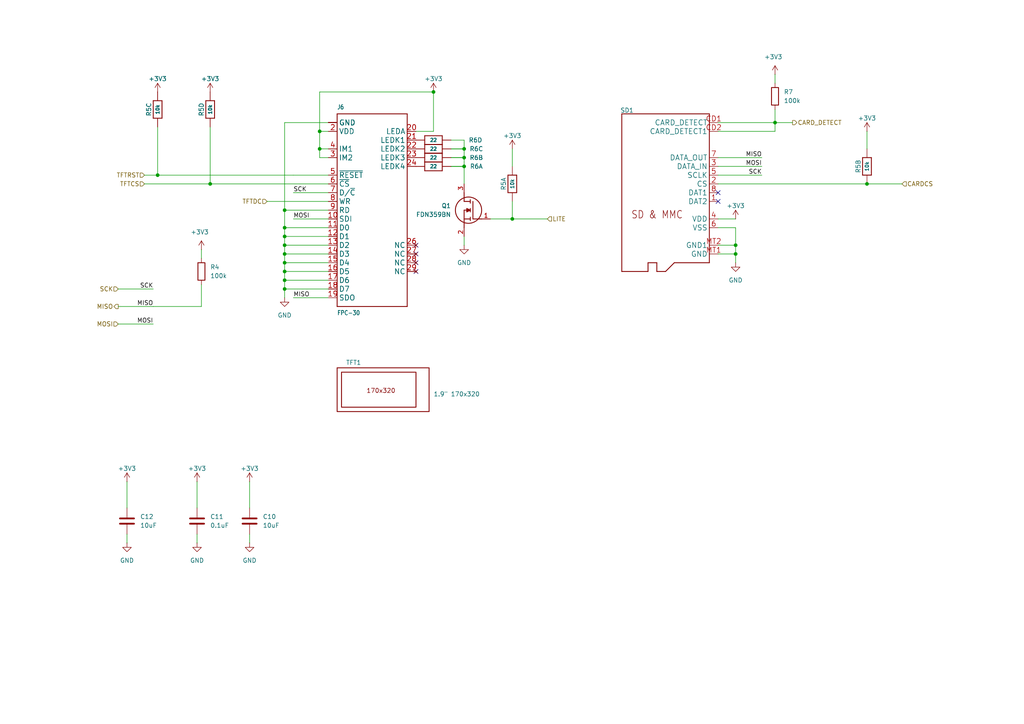
<source format=kicad_sch>
(kicad_sch (version 20250114) (generator "eeschema") (generator_version "9.0")
  (paper "A4")
  (lib_symbols
    (symbol "Library:C" (pin_numbers (hide yes)) (pin_names (offset 0.254))
      (property "Reference" "C" (at 0.635 2.54 0))
      (property "Value" "C" (at 0.635 -2.54 0))
      (symbol "C_0_1"
        (polyline (pts (xy -2.032 0.762) (xy 2.032 0.762)) (stroke (width 0.508)))
        (polyline (pts (xy -2.032 -0.762) (xy 2.032 -0.762)) (stroke (width 0.508)))
      )
      (symbol "C_1_1"
        (pin passive line (at 0 3.81 270) (length 2.794) (name "~") (number "1"))
        (pin passive line (at 0 -3.81 90) (length 2.794) (name "~") (number "2"))
      )
    )
    (symbol "Library:DISP_LCD_ST7789_1.9IN"
      (property "Reference" "TFT" (at -7.62 31.75 0))
      (symbol "DISP_LCD_ST7789_1.9IN_1_0"
        (polyline (pts (xy -7.62 30.48) (xy 12.7 30.48)) (stroke (width 0.254)))
        (polyline (pts (xy -7.62 -25.4) (xy -7.62 30.48)) (stroke (width 0.254)))
        (polyline (pts (xy 12.7 30.48) (xy 12.7 -25.4)) (stroke (width 0.254)))
        (polyline (pts (xy 12.7 -25.4) (xy -7.62 -25.4)) (stroke (width 0.254)))
        (pin power_in line (at -10.16 27.94 0) (length 2.54) (name "GND") (number "1"))
        (pin power_in line (at -10.16 27.94 0) (length 2.54) (name "GND") (number "25"))
        (pin power_in line (at -10.16 27.94 0) (length 2.54) (name "GND") (number "30"))
        (pin power_in line (at -10.16 27.94 0) (length 2.54) (name "GND") (number "MNT1"))
        (pin power_in line (at -10.16 27.94 0) (length 2.54) (name "GND") (number "MNT2"))
        (pin power_in line (at -10.16 25.4 0) (length 2.54) (name "VDD") (number "2"))
        (pin input line (at -10.16 20.32 0) (length 2.54) (name "IM1") (number "4"))
        (pin input line (at -10.16 17.78 0) (length 2.54) (name "IM2") (number "3"))
        (pin input line (at -10.16 12.7 0) (length 2.54) (name "~{RESET}") (number "5"))
        (pin input line (at -10.16 10.16 0) (length 2.54) (name "~{CS}") (number "6"))
        (pin input line (at -10.16 7.62 0) (length 2.54) (name "D/~{C}") (number "7"))
        (pin input line (at -10.16 5.08 0) (length 2.54) (name "WR") (number "8"))
        (pin input line (at -10.16 2.54 0) (length 2.54) (name "RD") (number "9"))
        (pin input line (at -10.16 0 0) (length 2.54) (name "SDI") (number "10"))
        (pin input line (at -10.16 -2.54 0) (length 2.54) (name "D0") (number "11"))
        (pin input line (at -10.16 -5.08 0) (length 2.54) (name "D1") (number "12"))
        (pin input line (at -10.16 -7.62 0) (length 2.54) (name "D2") (number "13"))
        (pin input line (at -10.16 -10.16 0) (length 2.54) (name "D3") (number "14"))
        (pin input line (at -10.16 -12.7 0) (length 2.54) (name "D4") (number "15"))
        (pin input line (at -10.16 -15.24 0) (length 2.54) (name "D5") (number "16"))
        (pin input line (at -10.16 -17.78 0) (length 2.54) (name "D6") (number "17"))
        (pin input line (at -10.16 -20.32 0) (length 2.54) (name "D7") (number "18"))
        (pin tri_state line (at -10.16 -22.86 0) (length 2.54) (name "SDO") (number "19"))
        (pin input line (at 15.24 25.4 180) (length 2.54) (name "LEDA") (number "20"))
        (pin input line (at 15.24 22.86 180) (length 2.54) (name "LEDK1") (number "21"))
        (pin input line (at 15.24 20.32 180) (length 2.54) (name "LEDK2") (number "22"))
        (pin input line (at 15.24 17.78 180) (length 2.54) (name "LEDK3") (number "23"))
        (pin input line (at 15.24 15.24 180) (length 2.54) (name "LEDK4") (number "24"))
        (pin no_connect line (at 15.24 -7.62 180) (length 2.54) (name "NC") (number "26"))
        (pin no_connect line (at 15.24 -10.16 180) (length 2.54) (name "NC") (number "27"))
        (pin no_connect line (at 15.24 -12.7 180) (length 2.54) (name "NC") (number "28"))
        (pin no_connect line (at 15.24 -15.24 180) (length 2.54) (name "NC") (number "29"))
      )
    )
    (symbol "Library:FDN359BN" (pin_names (hide yes))
      (property "Reference" "Q" (at 11.43 3.81 0))
      (property "Value" "FDN359BN" (at 11.43 1.27 0))
      (symbol "FDN359BN_1_1"
        (polyline (pts (xy 2.54 0) (xy 5.08 0)) (stroke (width 0.254)))
        (polyline (pts (xy 5.08 5.08) (xy 5.08 0)) (stroke (width 0.254)))
        (polyline (pts (xy 5.842 5.588) (xy 5.842 4.572)) (stroke (width 0.254)))
        (polyline (pts (xy 5.842 2.54) (xy 6.858 3.048) (xy 6.858 2.032) (xy 5.842 2.54)) (stroke (width 0.254)) (fill (type outline)))
        (polyline (pts (xy 5.842 2.032) (xy 5.842 3.048)) (stroke (width 0.254)))
        (polyline (pts (xy 5.842 0) (xy 7.62 0)) (stroke (width 0.254)))
        (polyline (pts (xy 5.842 -0.508) (xy 5.842 0.508)) (stroke (width 0.254)))
        (circle (center 6.35 2.54) (radius 3.81) (stroke (width 0.254)))
        (polyline (pts (xy 7.62 5.08) (xy 5.842 5.08)) (stroke (width 0.254)))
        (polyline (pts (xy 7.62 5.08) (xy 7.62 7.62)) (stroke (width 0.254)))
        (polyline (pts (xy 7.62 2.54) (xy 5.842 2.54)) (stroke (width 0.254)))
        (polyline (pts (xy 7.62 2.54) (xy 7.62 -2.54)) (stroke (width 0.254)))
        (pin passive line (at 0 0 0) (length 2.54) (name "G") (number "1"))
        (pin passive line (at 7.62 10.16 270) (length 2.54) (name "D") (number "3"))
        (pin passive line (at 7.62 -5.08 90) (length 2.54) (name "S") (number "2"))
      )
    )
    (symbol "Library:MICROSD"
      (symbol "MICROSD_1_0"
        (polyline (pts (xy -15.24 20.32) (xy -15.24 -22.86)) (stroke (width 0.254)))
        (polyline (pts (xy -15.24 -22.86) (xy -5.08 -22.86)) (stroke (width 0.254)))
        (polyline (pts (xy -5.08 -22.86) (xy -2.54 -25.4)) (stroke (width 0.254)))
        (polyline (pts (xy -2.54 -25.4) (xy 0 -25.4)) (stroke (width 0.254)))
        (polyline (pts (xy 0 -22.86) (xy 2.54 -22.86)) (stroke (width 0.254)))
        (polyline (pts (xy 0 -25.4) (xy 0 -22.86)) (stroke (width 0.254)))
        (polyline (pts (xy 2.54 -22.86) (xy 2.54 -25.4)) (stroke (width 0.254)))
        (polyline (pts (xy 2.54 -25.4) (xy 10.16 -25.4)) (stroke (width 0.254)))
        (polyline (pts (xy 10.16 20.32) (xy -15.24 20.32)) (stroke (width 0.254)))
        (polyline (pts (xy 10.16 -25.4) (xy 10.16 20.32)) (stroke (width 0.254)))
        (text "SD & MMC" (at -7.62 -10.16 0) (effects (font (size 2.1844 1.8567)) (justify left bottom)))
        (pin passive line (at -17.78 17.78 0) (length 2.54) (name "CARD_DETECT") (number "CD1"))
        (pin passive line (at -17.78 15.24 0) (length 2.54) (name "CARD_DETECT1") (number "CD2"))
        (pin tri_state line (at -17.78 7.62 0) (length 2.54) (name "DATA_OUT") (number "7"))
        (pin input line (at -17.78 5.08 0) (length 2.54) (name "DATA_IN") (number "3"))
        (pin input line (at -17.78 2.54 0) (length 2.54) (name "SCLK") (number "5"))
        (pin input line (at -17.78 0 0) (length 2.54) (name "CS") (number "2"))
        (pin bidirectional line (at -17.78 -2.54 0) (length 2.54) (name "DAT1") (number "8"))
        (pin bidirectional line (at -17.78 -5.08 0) (length 2.54) (name "DAT2") (number "1"))
        (pin power_in line (at -17.78 -10.16 0) (length 2.54) (name "VDD") (number "4"))
        (pin power_in line (at -17.78 -12.7 0) (length 2.54) (name "VSS") (number "6"))
        (pin power_in line (at -17.78 -17.78 0) (length 2.54) (name "GND1") (number "MT2"))
        (pin power_in line (at -17.78 -20.32 0) (length 2.54) (name "GND") (number "MT1"))
      )
    )
    (symbol "Library:R" (pin_numbers (hide yes)) (pin_names (offset 0))
      (property "Reference" "R" (at 2.032 0 90))
      (property "Value" "R" (at 0 0 90))
      (symbol "R_0_1"
        (rectangle (start -1.016 -2.54) (end 1.016 2.54) (stroke (width 0.254)))
      )
      (symbol "R_1_1"
        (pin passive line (at 0 3.81 270) (length 1.27) (name "~") (number "1"))
        (pin passive line (at 0 -3.81 90) (length 1.27) (name "~") (number "2"))
      )
    )
    (symbol "Library:RESISTOR_4PACK"
      (property "Reference" "R" (at 0 2.54 0))
      (symbol "RESISTOR_4PACK_1_0"
        (polyline (pts (xy -2.54 1.27) (xy 2.54 1.27)) (stroke (width 0.254)))
        (polyline (pts (xy -2.54 -1.27) (xy -2.54 1.27)) (stroke (width 0.254)))
        (polyline (pts (xy 2.54 1.27) (xy 2.54 -1.27)) (stroke (width 0.254)))
        (polyline (pts (xy 2.54 -1.27) (xy -2.54 -1.27)) (stroke (width 0.254)))
        (pin passive line (at -5.08 0 0) (length 2.54) (name "1") (number "1"))
        (pin passive line (at 5.08 0 180) (length 2.54) (name "2") (number "8"))
      )
      (symbol "RESISTOR_4PACK_2_0"
        (polyline (pts (xy -2.54 1.27) (xy 2.54 1.27)) (stroke (width 0.254)))
        (polyline (pts (xy -2.54 -1.27) (xy -2.54 1.27)) (stroke (width 0.254)))
        (polyline (pts (xy 2.54 1.27) (xy 2.54 -1.27)) (stroke (width 0.254)))
        (polyline (pts (xy 2.54 -1.27) (xy -2.54 -1.27)) (stroke (width 0.254)))
        (pin passive line (at -5.08 0 0) (length 2.54) (name "1") (number "2"))
        (pin passive line (at 5.08 0 180) (length 2.54) (name "2") (number "7"))
      )
      (symbol "RESISTOR_4PACK_3_0"
        (polyline (pts (xy -2.54 1.27) (xy 2.54 1.27)) (stroke (width 0.254)))
        (polyline (pts (xy -2.54 -1.27) (xy -2.54 1.27)) (stroke (width 0.254)))
        (polyline (pts (xy 2.54 1.27) (xy 2.54 -1.27)) (stroke (width 0.254)))
        (polyline (pts (xy 2.54 -1.27) (xy -2.54 -1.27)) (stroke (width 0.254)))
        (pin passive line (at -5.08 0 0) (length 2.54) (name "1") (number "3"))
        (pin passive line (at 5.08 0 180) (length 2.54) (name "2") (number "6"))
      )
      (symbol "RESISTOR_4PACK_4_0"
        (polyline (pts (xy -2.54 1.27) (xy 2.54 1.27)) (stroke (width 0.254)))
        (polyline (pts (xy -2.54 -1.27) (xy -2.54 1.27)) (stroke (width 0.254)))
        (polyline (pts (xy 2.54 1.27) (xy 2.54 -1.27)) (stroke (width 0.254)))
        (polyline (pts (xy 2.54 -1.27) (xy -2.54 -1.27)) (stroke (width 0.254)))
        (pin passive line (at -5.08 0 0) (length 2.54) (name "1") (number "4"))
        (pin passive line (at 5.08 0 180) (length 2.54) (name "2") (number "5"))
      )
    )
    (symbol "Library:TFT"
      (property "Reference" "TFT" (at 0 0 0))
      (symbol "TFT_0_1"
        (rectangle (start -2.54 -1.27) (end 24.13 -13.97) (stroke (width 0.254)))
        (rectangle (start -1.27 -2.54) (end 20.32 -12.7) (stroke (width 0.254)))
      )
      (symbol "TFT_1_1"
        (text "170x320" (at 10.16 -7.874 0) (effects (font (size 1.27 1.27))))
      )
    )
    (symbol "power:+3V3" (power) (pin_numbers (hide yes)) (pin_names (offset 0) (hide yes))
      (property "Value" "+3V3" (at 0 3.556 0))
      (symbol "+3V3_0_1"
        (polyline (pts (xy -0.762 1.27) (xy 0 2.54)))
        (polyline (pts (xy 0 2.54) (xy 0.762 1.27)))
        (polyline (pts (xy 0 0) (xy 0 2.54)))
      )
      (symbol "+3V3_1_1"
        (pin power_in line (at 0 0 90) (length 0) (name "~") (number "1"))
      )
    )
    (symbol "power:+5V" (power) (pin_numbers (hide yes)) (pin_names (offset 0) (hide yes))
      (property "Value" "+5V" (at 0 3.556 0))
      (symbol "+5V_0_1"
        (polyline (pts (xy -0.762 1.27) (xy 0 2.54)))
        (polyline (pts (xy 0 2.54) (xy 0.762 1.27)))
        (polyline (pts (xy 0 0) (xy 0 2.54)))
      )
      (symbol "+5V_1_1"
        (pin power_in line (at 0 0 90) (length 0) (name "~") (number "1"))
      )
    )
    (symbol "power:GND" (power) (pin_numbers (hide yes)) (pin_names (offset 0) (hide yes))
      (property "Value" "GND" (at 0 -3.81 0))
      (symbol "GND_0_1"
        (polyline (pts (xy 0 0) (xy 0 -1.27) (xy 1.27 -1.27) (xy 0 -2.54) (xy -1.27 -1.27) (xy 0 -1.27)))
      )
      (symbol "GND_1_1"
        (pin power_in line (at 0 0 270) (length 0) (name "~") (number "1"))
      )
    )
  )
  (junction (at 92.71 38.1))
  (junction (at 134.62 43.18))
  (junction (at 213.36 73.66))
  (junction (at 134.62 45.72))
  (junction (at 82.55 83.82))
  (junction (at 82.55 81.28))
  (junction (at 82.55 71.12))
  (junction (at 92.71 43.18))
  (junction (at 224.79 35.56))
  (junction (at 82.55 73.66))
  (junction (at 134.62 48.26))
  (junction (at 125.73 26.67))
  (junction (at 82.55 68.58))
  (junction (at 148.59 63.5))
  (junction (at 45.72 50.8))
  (junction (at 82.55 76.2))
  (junction (at 213.36 71.12))
  (junction (at 60.96 53.34))
  (junction (at 82.55 78.74))
  (junction (at 82.55 66.04))
  (junction (at 82.55 60.96))
  (junction (at 251.46 53.34))
  (no_connect (at 120.65 73.66))
  (no_connect (at 120.65 71.12))
  (no_connect (at 120.65 76.2))
  (no_connect (at 208.28 55.88))
  (no_connect (at 208.28 58.42))
  (no_connect (at 120.65 78.74))
  (wire (pts (xy 224.79 35.56) (xy 224.79 38.1)))
  (wire (pts (xy 41.91 50.8) (xy 45.72 50.8)))
  (wire (pts (xy 34.29 83.82) (xy 44.45 83.82)) (stroke (width 0.1524)))
  (wire (pts (xy 142.24 63.5) (xy 148.59 63.5)) (stroke (width 0.1524)))
  (wire (pts (xy 208.28 73.66) (xy 213.36 73.66)) (stroke (width 0.1524)))
  (wire (pts (xy 224.79 35.56) (xy 224.79 31.75)))
  (wire (pts (xy 208.28 45.72) (xy 220.98 45.72)) (stroke (width 0.1524)))
  (wire (pts (xy 41.91 53.34) (xy 60.96 53.34)))
  (wire (pts (xy 77.47 58.42) (xy 95.25 58.42)) (stroke (width 0.1524)))
  (wire (pts (xy 213.36 66.04) (xy 213.36 71.12)) (stroke (width 0.1524)))
  (wire (pts (xy 224.79 21.59) (xy 224.79 24.13)))
  (wire (pts (xy 95.25 63.5) (xy 85.09 63.5)) (stroke (width 0.1524)))
  (wire (pts (xy 58.42 88.9) (xy 44.45 88.9)))
  (wire (pts (xy 45.72 50.8) (xy 85.09 50.8)))
  (wire (pts (xy 134.62 40.64) (xy 130.81 40.64)) (stroke (width 0.1524)))
  (wire (pts (xy 134.62 48.26) (xy 130.81 48.26)))
  (wire (pts (xy 95.25 86.36) (xy 85.09 86.36)) (stroke (width 0.1524)))
  (wire (pts (xy 134.62 48.26) (xy 134.62 53.34)) (stroke (width 0.1524)))
  (wire (pts (xy 58.42 72.39) (xy 58.42 74.93)))
  (wire (pts (xy 134.62 45.72) (xy 130.81 45.72)) (stroke (width 0.1524)))
  (wire (pts (xy 95.25 50.8) (xy 85.09 50.8)) (stroke (width 0.1524)))
  (wire (pts (xy 95.25 81.28) (xy 82.55 81.28)) (stroke (width 0.1524)))
  (wire (pts (xy 220.98 48.26) (xy 208.28 48.26)) (stroke (width 0.1524)))
  (wire (pts (xy 82.55 66.04) (xy 82.55 60.96)) (stroke (width 0.1524)))
  (wire (pts (xy 125.73 26.67) (xy 125.73 38.1)) (stroke (width 0.1524)))
  (wire (pts (xy 58.42 82.55) (xy 58.42 88.9)))
  (wire (pts (xy 261.62 53.34) (xy 251.46 53.34)) (stroke (width 0.1524)))
  (wire (pts (xy 72.39 154.94) (xy 72.39 157.48)))
  (wire (pts (xy 82.55 60.96) (xy 82.55 35.56)) (stroke (width 0.1524)))
  (wire (pts (xy 213.36 71.12) (xy 213.36 73.66)) (stroke (width 0.1524)))
  (wire (pts (xy 57.15 154.94) (xy 57.15 157.48)))
  (wire (pts (xy 95.25 43.18) (xy 92.71 43.18)) (stroke (width 0.1524)))
  (wire (pts (xy 251.46 43.18) (xy 251.46 38.1)) (stroke (width 0.1524)))
  (wire (pts (xy 148.59 63.5) (xy 148.59 58.42)) (stroke (width 0.1524)))
  (wire (pts (xy 82.55 76.2) (xy 82.55 73.66)) (stroke (width 0.1524)))
  (wire (pts (xy 95.25 83.82) (xy 82.55 83.82)) (stroke (width 0.1524)))
  (wire (pts (xy 82.55 78.74) (xy 95.25 78.74)) (stroke (width 0.1524)))
  (wire (pts (xy 34.29 93.98) (xy 44.45 93.98)) (stroke (width 0.1524)))
  (wire (pts (xy 82.55 78.74) (xy 82.55 76.2)) (stroke (width 0.1524)))
  (wire (pts (xy 134.62 48.26) (xy 130.81 48.26)) (stroke (width 0.1524)))
  (wire (pts (xy 134.62 43.18) (xy 130.81 43.18)))
  (wire (pts (xy 82.55 60.96) (xy 95.25 60.96)) (stroke (width 0.1524)))
  (wire (pts (xy 82.55 73.66) (xy 82.55 71.12)) (stroke (width 0.1524)))
  (wire (pts (xy 224.79 35.56) (xy 229.87 35.56)))
  (wire (pts (xy 134.62 45.72) (xy 130.81 45.72)))
  (wire (pts (xy 82.55 68.58) (xy 95.25 68.58)) (stroke (width 0.1524)))
  (wire (pts (xy 60.96 36.83) (xy 60.96 53.34)) (stroke (width 0.1524)))
  (wire (pts (xy 36.83 154.94) (xy 36.83 157.48)))
  (wire (pts (xy 82.55 81.28) (xy 82.55 78.74)) (stroke (width 0.1524)))
  (wire (pts (xy 82.55 68.58) (xy 82.55 66.04)) (stroke (width 0.1524)))
  (wire (pts (xy 125.73 38.1) (xy 120.65 38.1)) (stroke (width 0.1524)))
  (wire (pts (xy 208.28 53.34) (xy 251.46 53.34)) (stroke (width 0.1524)))
  (wire (pts (xy 95.25 55.88) (xy 85.09 55.88)) (stroke (width 0.1524)))
  (wire (pts (xy 213.36 63.5) (xy 208.28 63.5)) (stroke (width 0.1524)))
  (wire (pts (xy 134.62 43.18) (xy 134.62 45.72)) (stroke (width 0.1524)))
  (wire (pts (xy 44.45 88.9) (xy 34.29 88.9)) (stroke (width 0.1524)))
  (wire (pts (xy 134.62 40.64) (xy 134.62 43.18)) (stroke (width 0.1524)))
  (wire (pts (xy 208.28 35.56) (xy 224.79 35.56)))
  (wire (pts (xy 95.25 45.72) (xy 92.71 45.72)) (stroke (width 0.1524)))
  (wire (pts (xy 92.71 38.1) (xy 92.71 43.18)) (stroke (width 0.1524)))
  (wire (pts (xy 92.71 45.72) (xy 92.71 43.18)) (stroke (width 0.1524)))
  (wire (pts (xy 36.83 139.7) (xy 36.83 147.32)))
  (wire (pts (xy 82.55 71.12) (xy 82.55 68.58)) (stroke (width 0.1524)))
  (wire (pts (xy 95.25 66.04) (xy 82.55 66.04)) (stroke (width 0.1524)))
  (wire (pts (xy 92.71 26.67) (xy 92.71 38.1)) (stroke (width 0.1524)))
  (wire (pts (xy 72.39 139.7) (xy 72.39 147.32)))
  (wire (pts (xy 134.62 43.18) (xy 130.81 43.18)) (stroke (width 0.1524)))
  (wire (pts (xy 220.98 50.8) (xy 208.28 50.8)) (stroke (width 0.1524)))
  (wire (pts (xy 57.15 139.7) (xy 57.15 147.32)))
  (wire (pts (xy 95.25 71.12) (xy 82.55 71.12)) (stroke (width 0.1524)))
  (wire (pts (xy 60.96 53.34) (xy 95.25 53.34)) (stroke (width 0.1524)))
  (wire (pts (xy 208.28 38.1) (xy 224.79 38.1)))
  (wire (pts (xy 82.55 81.28) (xy 82.55 83.82)) (stroke (width 0.1524)))
  (wire (pts (xy 82.55 73.66) (xy 95.25 73.66)) (stroke (width 0.1524)))
  (wire (pts (xy 148.59 43.18) (xy 148.59 48.26)) (stroke (width 0.1524)))
  (wire (pts (xy 208.28 66.04) (xy 213.36 66.04)) (stroke (width 0.1524)))
  (wire (pts (xy 95.25 76.2) (xy 82.55 76.2)) (stroke (width 0.1524)))
  (wire (pts (xy 82.55 35.56) (xy 95.25 35.56)) (stroke (width 0.1524)))
  (wire (pts (xy 92.71 26.67) (xy 125.73 26.67)) (stroke (width 0.1524)))
  (wire (pts (xy 45.72 36.83) (xy 45.72 50.8)))
  (wire (pts (xy 92.71 38.1) (xy 95.25 38.1)) (stroke (width 0.1524)))
  (wire (pts (xy 213.36 73.66) (xy 213.36 76.2)) (stroke (width 0.1524)))
  (wire (pts (xy 82.55 83.82) (xy 82.55 86.36)) (stroke (width 0.1524)))
  (wire (pts (xy 158.75 63.5) (xy 148.59 63.5)) (stroke (width 0.1524)))
  (wire (pts (xy 208.28 71.12) (xy 213.36 71.12)) (stroke (width 0.1524)))
  (wire (pts (xy 134.62 45.72) (xy 134.62 48.26)) (stroke (width 0.1524)))
  (wire (pts (xy 134.62 71.12) (xy 134.62 68.58)))
  (label "MOSI" (at 220.98 48.26 180) (effects (font (size 1.2446 1.2446))))
  (label "MOSI" (at 85.09 63.5 0) (effects (font (size 1.2446 1.2446))))
  (label "SCK" (at 220.98 50.8 180) (effects (font (size 1.2446 1.2446))))
  (label "MISO" (at 85.09 86.36 0) (effects (font (size 1.2446 1.2446))))
  (label "MISO" (at 220.98 45.72 180) (effects (font (size 1.2446 1.2446))))
  (label "MOSI" (at 44.45 93.98 180) (effects (font (size 1.2446 1.2446))))
  (label "SCK" (at 44.45 83.82 180) (effects (font (size 1.2446 1.2446))))
  (label "MISO" (at 44.45 88.9 180) (effects (font (size 1.2446 1.2446))))
  (label "SCK" (at 85.09 55.88 0) (effects (font (size 1.2446 1.2446))))
  (hierarchical_label "SCK" (shape input) (at 34.29 83.82 180))
  (hierarchical_label "CARDCS" (shape input) (at 261.62 53.34 0))
  (hierarchical_label "TFTDC" (shape input) (at 77.47 58.42 180))
  (hierarchical_label "CARD_DETECT" (shape output) (at 229.87 35.56 0))
  (hierarchical_label "MOSI" (shape input) (at 34.29 93.98 180))
  (hierarchical_label "TFTCS" (shape input) (at 41.91 53.34 180))
  (hierarchical_label "MISO" (shape output) (at 34.29 88.9 180))
  (hierarchical_label "LITE" (shape input) (at 158.75 63.5 0))
  (hierarchical_label "TFTRST" (shape input) (at 41.91 50.8 180))
  (symbol (lib_id "power:+3V3") (at 148.59 43.18 0) (mirror y) (unit 1)
    (property "Reference" "#PWR0201" (effects (hide yes)))
    (property "Value" "+3V3" (at 148.59 39.37 0))
  )
  (symbol (lib_id "power:GND") (at 82.55 86.36 0) (mirror y) (unit 1)
    (property "Reference" "#PWR0194" (effects (hide yes)))
    (property "Value" "GND" (at 82.55 91.44 0))
    (property "Description" "Power symbol creates a global label with name \"GND\" , ground" (effects (hide yes)))
  )
  (symbol (lib_id "power:GND") (at 213.36 76.2 0) (mirror y) (unit 1)
    (property "Reference" "#PWR0203" (effects (hide yes)))
    (property "Value" "GND" (at 213.36 81.28 0))
    (property "Description" "Power symbol creates a global label with name \"GND\" , ground" (effects (hide yes)))
  )
  (symbol (lib_id "Library:RESISTOR_4PACK") (at 125.73 40.64 0) (unit 4)
    (property "Reference" "R6" (at 137.922 40.64 0))
    (property "Value" "22" (at 125.73 40.64 0) (effects (font (size 1.016 1.016) (thickness 0.2032) (bold yes))))
    (property "Footprint" "Library:RESPACK_4X0603" (effects (hide yes)))
    (property "Datasheet" "https://industrial.panasonic.com/cdbs/www-data/pdf/AOC0000/AOC0000C14.pdf" (effects (hide yes)))
    (property "Description" "RES ARRAY 4 RES 22 OHM 1206" (effects (hide yes)))
    (property "Manufacturer" "Panasonic Electronic Components" (effects (hide yes)))
    (property "Tolerance" "1%" (effects (hide yes)))
    (property "Manufacturer Part Number" "EXB-38V220JV" (effects (hide yes)))
  )
  (symbol (lib_id "Library:MICROSD") (at 190.5 53.34 0) (mirror y) (unit 1)
    (property "Reference" "SD1" (at 181.864 32.004 0))
    (property "Value" "MICROSD" (effects (hide yes)))
    (property "Footprint" "Library:MICROSD" (effects (hide yes)))
    (property "Datasheet" "https://multimedia.3m.com/mws/media/416257O/3m-tm-card-connector-microsd-tm-2900-series-ts2197.pdf" (effects (hide yes)))
    (property "Description" "CONN MICRO SD CARD R/A SMD" (effects (hide yes)))
    (property "Manufacturer" "3M" (effects (hide yes)))
    (property "Manufacturer Part Number" "2908-05WB-MG" (effects (hide yes)))
  )
  (symbol (lib_id "Library:TFT") (at 100.33 105.41 0) (unit 1)
    (property "Reference" "TFT1" (at 100.33 105.156 0) (effects (justify left)))
    (property "Value" "1.9\" 170x320" (at 125.73 114.3 0) (effects (justify left)))
    (property "Footprint" "Library:TFT_1.9IN_170X320_30P" (effects (hide yes)))
    (property "Datasheet" "https://goldenmorninglcd.com/wp-content/uploads/2025/06/T190X7-C30-01-V1.pdf" (effects (hide yes)))
    (property "Description" "DISP LCD TFT 1.9\" 170X320" (effects (hide yes)))
    (property "Manufacturer" "Shenzhen Electronics" (effects (hide yes)))
    (property "Manufacturer Part Number" "T190X7-C30-01" (effects (hide yes)))
  )
  (symbol (lib_id "Library:RESISTOR_4PACK") (at 45.72 31.75 90) (unit 3)
    (property "Reference" "R5" (at 43.18 31.75 0))
    (property "Value" "10k" (at 45.72 31.75 0) (effects (font (size 1.016 1.016) (thickness 0.2032) (bold yes))))
    (property "Footprint" "Library:RESPACK_4X0603" (effects (hide yes)))
    (property "Datasheet" "https://industrial.panasonic.com/cdbs/www-data/pdf/AOC0000/AOC0000C14.pdf" (effects (hide yes)))
    (property "Description" "RES ARRAY 4 RES 10K OHM 1206" (effects (hide yes)))
    (property "Manufacturer" "Panasonic Electronic Components" (effects (hide yes)))
    (property "Tolerance" "1%" (effects (hide yes)))
    (property "Manufacturer Part Number" "EXB-38V103JV" (effects (hide yes)))
  )
  (symbol (lib_id "Library:C") (at 72.39 151.13 0) (unit 1)
    (property "Reference" "C10" (at 76.2 149.8599 0) (effects (justify left)))
    (property "Value" "10uF" (at 76.2 152.3999 0) (effects (justify left)))
    (property "Footprint" "Capacitor_SMD:C_0603_1608Metric" (effects (hide yes)))
    (property "Datasheet" "https://search.murata.co.jp/Ceramy/image/img/A01X/G101/ENG/GRM188R61E106MA73-01.pdf" (effects (hide yes)))
    (property "Description" "CAP CER 10UF 25V X5R 0603" (effects (hide yes)))
    (property "Manufacturer" "Murata Electronics" (effects (hide yes)))
    (property "Package" "0603" (effects (hide yes)))
    (property "Manufacturer Part Number" "GRM188R61E106MA73J" (effects (hide yes)))
  )
  (symbol (lib_id "power:+3V3") (at 213.36 63.5 0) (mirror y) (unit 1)
    (property "Reference" "#PWR0206" (effects (hide yes)))
    (property "Value" "+3V3" (at 213.36 59.69 0))
  )
  (symbol (lib_id "Library:RESISTOR_4PACK") (at 251.46 48.26 90) (unit 2)
    (property "Reference" "R5" (at 248.92 48.26 0))
    (property "Value" "10k" (at 251.46 48.26 0) (effects (font (size 1.016 1.016) (thickness 0.2032) (bold yes))))
    (property "Footprint" "Library:RESPACK_4X0603" (effects (hide yes)))
    (property "Datasheet" "https://industrial.panasonic.com/cdbs/www-data/pdf/AOC0000/AOC0000C14.pdf" (effects (hide yes)))
    (property "Description" "RES ARRAY 4 RES 10K OHM 1206" (effects (hide yes)))
    (property "Manufacturer" "Panasonic Electronic Components" (effects (hide yes)))
    (property "Tolerance" "1%" (effects (hide yes)))
    (property "Manufacturer Part Number" "EXB-38V103JV" (effects (hide yes)))
  )
  (symbol (lib_id "Library:FDN359BN") (at 142.24 63.5 0) (mirror y) (unit 1)
    (property "Reference" "Q1" (at 130.81 59.6899 0) (effects (justify left)))
    (property "Value" "FDN359BN" (at 130.81 62.2299 0) (effects (justify left)))
    (property "Footprint" "Library:SOT95P251X112-3N" (effects (hide yes)))
    (property "Datasheet" "https://www.onsemi.com/pub/Collateral/FDN359BN-D.pdf" (effects (hide yes)))
    (property "Description" "MOSFET N-CH 30V 2.7A SUPERSOT3" (effects (hide yes)))
    (property "Height" "1.12" (effects (hide yes)))
    (property "Manufacturer" "onsemi" (effects (hide yes)))
    (property "Manufacturer Part Number" "FDN359BN" (effects (hide yes)))
  )
  (symbol (lib_id "power:+5V") (at 224.79 21.59 0) (unit 1)
    (property "Reference" "#PWR012" (effects (hide yes)))
    (property "Value" "+3V3" (at 224.282 16.51 0))
    (property "Description" "Power symbol creates a global label with name \"+5V\"" (effects (hide yes)))
  )
  (symbol (lib_id "power:+3V3") (at 125.73 26.67 0) (mirror y) (unit 1)
    (property "Reference" "#PWR0192" (effects (hide yes)))
    (property "Value" "+3V3" (at 125.73 22.86 0))
  )
  (symbol (lib_id "power:+3V3") (at 36.83 139.7 0) (mirror y) (unit 1)
    (property "Reference" "#PWR0188" (effects (hide yes)))
    (property "Value" "+3V3" (at 36.83 135.89 0))
  )
  (symbol (lib_id "Library:RESISTOR_4PACK") (at 125.73 45.72 0) (unit 2)
    (property "Reference" "R6" (at 138.176 45.72 0))
    (property "Value" "22" (at 125.73 45.72 0) (effects (font (size 1.016 1.016) (thickness 0.2032) (bold yes))))
    (property "Footprint" "Library:RESPACK_4X0603" (effects (hide yes)))
    (property "Datasheet" "https://industrial.panasonic.com/cdbs/www-data/pdf/AOC0000/AOC0000C14.pdf" (effects (hide yes)))
    (property "Description" "RES ARRAY 4 RES 22 OHM 1206" (effects (hide yes)))
    (property "Manufacturer" "Panasonic Electronic Components" (effects (hide yes)))
    (property "Tolerance" "1%" (effects (hide yes)))
    (property "Manufacturer Part Number" "EXB-38V220JV" (effects (hide yes)))
  )
  (symbol (lib_id "Library:R") (at 224.79 27.94 0) (unit 1)
    (property "Reference" "R7" (at 227.33 26.6699 0) (effects (justify left)))
    (property "Value" "100k" (at 227.33 29.2099 0) (effects (justify left)))
    (property "Footprint" "Resistor_SMD:R_0603_1608Metric" (effects (hide yes)))
    (property "Datasheet" "https://industrial.panasonic.com/cdbs/www-data/pdf/RDA0000/AOA0000C304.pdf" (effects (hide yes)))
    (property "Description" "RES SMD 100K OHM 1% 1/10W 0603" (effects (hide yes)))
    (property "Tolerance" "1%" (effects (hide yes)))
    (property "Manufacturer" "Panasonic Electronic Components" (effects (hide yes)))
    (property "Manufacturer Part Number" "ERJ-3EKF1003V" (effects (hide yes)))
  )
  (symbol (lib_id "power:+3V3") (at 251.46 38.1 0) (mirror y) (unit 1)
    (property "Reference" "#PWR0213" (effects (hide yes)))
    (property "Value" "+3V3" (at 251.46 34.29 0))
  )
  (symbol (lib_id "power:+3V3") (at 57.15 139.7 0) (mirror y) (unit 1)
    (property "Reference" "#PWR0191" (effects (hide yes)))
    (property "Value" "+3V3" (at 57.15 135.89 0))
  )
  (symbol (lib_id "power:GND") (at 72.39 157.48 0) (mirror y) (unit 1)
    (property "Reference" "#PWR0141" (effects (hide yes)))
    (property "Value" "GND" (at 72.39 162.56 0))
    (property "Description" "Power symbol creates a global label with name \"GND\" , ground" (effects (hide yes)))
  )
  (symbol (lib_id "power:+5V") (at 58.42 72.39 0) (unit 1)
    (property "Reference" "#PWR013" (effects (hide yes)))
    (property "Value" "+3V3" (at 57.912 67.31 0))
    (property "Description" "Power symbol creates a global label with name \"+5V\"" (effects (hide yes)))
  )
  (symbol (lib_id "Library:C") (at 36.83 151.13 0) (unit 1)
    (property "Reference" "C12" (at 40.64 149.8599 0) (effects (justify left)))
    (property "Value" "10uF" (at 40.64 152.3999 0) (effects (justify left)))
    (property "Footprint" "Capacitor_SMD:C_0603_1608Metric" (effects (hide yes)))
    (property "Datasheet" "https://search.murata.co.jp/Ceramy/image/img/A01X/G101/ENG/GRM188R61E106MA73-01.pdf" (effects (hide yes)))
    (property "Description" "CAP CER 10UF 25V X5R 0603" (effects (hide yes)))
    (property "Manufacturer" "Murata Electronics" (effects (hide yes)))
    (property "Package" "0603" (effects (hide yes)))
    (property "Manufacturer Part Number" "GRM188R61E106MA73J" (effects (hide yes)))
  )
  (symbol (lib_id "Library:C") (at 57.15 151.13 0) (unit 1)
    (property "Reference" "C11" (at 60.96 149.8599 0) (effects (justify left)))
    (property "Value" "0.1uF" (at 60.96 152.3999 0) (effects (justify left)))
    (property "Footprint" "Capacitor_SMD:C_0603_1608Metric" (effects (hide yes)))
    (property "Datasheet" "https://datasheets.kyocera-avx.com/KGM_X7R.pdf" (effects (hide yes)))
    (property "Description" "CAP CER 0.1UF 25V X7R 0603" (effects (hide yes)))
    (property "Manufacturer" "KYOCERA AVX" (effects (hide yes)))
    (property "Package" "0603" (effects (hide yes)))
    (property "Manufacturer Part Number" "KGM15BR71E104KT" (effects (hide yes)))
  )
  (symbol (lib_id "Library:DISP_LCD_ST7789_1.9IN") (at 105.41 63.5 0) (unit 1)
    (property "Reference" "J6" (at 97.79 31.75 0) (effects (font (size 1.27 1.0795)) (justify left bottom)))
    (property "Value" "FPC-30" (at 97.79 91.44 0) (effects (font (size 1.27 1.0795)) (justify left bottom)))
    (property "Footprint" "Library:CON_541043031_MOL" (effects (hide yes)))
    (property "Datasheet" "https://www.molex.com/en-us/products/part-detail/541043031?display=pdf" (effects (hide yes)))
    (property "Description" "CONN FFC FPC TOP 30POS 0.5MM R/A" (effects (hide yes)))
    (property "Manufacturer" "Molex" (effects (hide yes)))
    (property "Manufacturer Part Number" "0541043031" (effects (hide yes)))
  )
  (symbol (lib_id "Library:RESISTOR_4PACK") (at 125.73 48.26 0) (unit 1)
    (property "Reference" "R6" (at 138.176 48.26 0))
    (property "Value" "22" (at 125.73 48.26 0) (effects (font (size 1.016 1.016) (thickness 0.2032) (bold yes))))
    (property "Footprint" "Library:RESPACK_4X0603" (effects (hide yes)))
    (property "Datasheet" "https://industrial.panasonic.com/cdbs/www-data/pdf/AOC0000/AOC0000C14.pdf" (effects (hide yes)))
    (property "Description" "RES ARRAY 4 RES 22 OHM 1206" (effects (hide yes)))
    (property "Manufacturer" "Panasonic Electronic Components" (effects (hide yes)))
    (property "Tolerance" "1%" (effects (hide yes)))
    (property "Manufacturer Part Number" "EXB-38V220JV" (effects (hide yes)))
  )
  (symbol (lib_id "Library:RESISTOR_4PACK") (at 125.73 43.18 0) (unit 3)
    (property "Reference" "R6" (at 138.176 43.18 0))
    (property "Value" "22" (at 125.73 43.18 0) (effects (font (size 1.016 1.016) (thickness 0.2032) (bold yes))))
    (property "Footprint" "Library:RESPACK_4X0603" (effects (hide yes)))
    (property "Datasheet" "https://industrial.panasonic.com/cdbs/www-data/pdf/AOC0000/AOC0000C14.pdf" (effects (hide yes)))
    (property "Description" "RES ARRAY 4 RES 22 OHM 1206" (effects (hide yes)))
    (property "Manufacturer" "Panasonic Electronic Components" (effects (hide yes)))
    (property "Tolerance" "1%" (effects (hide yes)))
    (property "Manufacturer Part Number" "EXB-38V220JV" (effects (hide yes)))
  )
  (symbol (lib_id "power:+3V3") (at 60.96 26.67 0) (mirror y) (unit 1)
    (property "Reference" "#PWR0215" (effects (hide yes)))
    (property "Value" "+3V3" (at 60.96 22.86 0))
  )
  (symbol (lib_id "Library:RESISTOR_4PACK") (at 148.59 53.34 90) (unit 1)
    (property "Reference" "R5" (at 146.05 53.34 0))
    (property "Value" "10k" (at 148.59 53.34 0) (effects (font (size 1.016 1.016) (thickness 0.2032) (bold yes))))
    (property "Footprint" "Library:RESPACK_4X0603" (effects (hide yes)))
    (property "Datasheet" "https://industrial.panasonic.com/cdbs/www-data/pdf/AOC0000/AOC0000C14.pdf" (effects (hide yes)))
    (property "Description" "RES ARRAY 4 RES 10K OHM 1206" (effects (hide yes)))
    (property "Manufacturer" "Panasonic Electronic Components" (effects (hide yes)))
    (property "Tolerance" "1%" (effects (hide yes)))
    (property "Manufacturer Part Number" "EXB-38V103JV" (effects (hide yes)))
  )
  (symbol (lib_id "power:+3V3") (at 45.72 26.67 0) (mirror y) (unit 1)
    (property "Reference" "#PWR0214" (effects (hide yes)))
    (property "Value" "+3V3" (at 45.72 22.86 0))
  )
  (symbol (lib_id "power:GND") (at 57.15 157.48 0) (mirror y) (unit 1)
    (property "Reference" "#PWR0199" (effects (hide yes)))
    (property "Value" "GND" (at 57.15 162.56 0))
    (property "Description" "Power symbol creates a global label with name \"GND\" , ground" (effects (hide yes)))
  )
  (symbol (lib_id "power:+3V3") (at 72.39 139.7 0) (mirror y) (unit 1)
    (property "Reference" "#PWR0107" (effects (hide yes)))
    (property "Value" "+3V3" (at 72.39 135.89 0))
  )
  (symbol (lib_id "power:GND") (at 134.62 71.12 0) (mirror y) (unit 1)
    (property "Reference" "#PWR0200" (effects (hide yes)))
    (property "Value" "GND" (at 134.62 76.2 0))
    (property "Description" "Power symbol creates a global label with name \"GND\" , ground" (effects (hide yes)))
  )
  (symbol (lib_id "power:GND") (at 36.83 157.48 0) (mirror y) (unit 1)
    (property "Reference" "#PWR0196" (effects (hide yes)))
    (property "Value" "GND" (at 36.83 162.56 0))
    (property "Description" "Power symbol creates a global label with name \"GND\" , ground" (effects (hide yes)))
  )
  (symbol (lib_id "Library:RESISTOR_4PACK") (at 60.96 31.75 90) (unit 4)
    (property "Reference" "R5" (at 58.42 31.75 0))
    (property "Value" "10k" (at 60.96 31.75 0) (effects (font (size 1.016 1.016) (thickness 0.2032) (bold yes))))
    (property "Footprint" "Library:RESPACK_4X0603" (effects (hide yes)))
    (property "Datasheet" "https://industrial.panasonic.com/cdbs/www-data/pdf/AOC0000/AOC0000C14.pdf" (effects (hide yes)))
    (property "Description" "RES ARRAY 4 RES 10K OHM 1206" (effects (hide yes)))
    (property "Manufacturer" "Panasonic Electronic Components" (effects (hide yes)))
    (property "Tolerance" "1%" (effects (hide yes)))
    (property "Manufacturer Part Number" "EXB-38V103JV" (effects (hide yes)))
  )
  (symbol (lib_id "Library:R") (at 58.42 78.74 0) (unit 1)
    (property "Reference" "R4" (at 60.96 77.4699 0) (effects (justify left)))
    (property "Value" "100k" (at 60.96 80.0099 0) (effects (justify left)))
    (property "Footprint" "Resistor_SMD:R_0603_1608Metric" (effects (hide yes)))
    (property "Datasheet" "https://industrial.panasonic.com/cdbs/www-data/pdf/RDA0000/AOA0000C304.pdf" (effects (hide yes)))
    (property "Description" "RES SMD 100K OHM 1% 1/10W 0603" (effects (hide yes)))
    (property "Tolerance" "1%" (effects (hide yes)))
    (property "Manufacturer" "Panasonic Electronic Components" (effects (hide yes)))
    (property "Manufacturer Part Number" "ERJ-3EKF1003V" (effects (hide yes)))
  )
)
</source>
